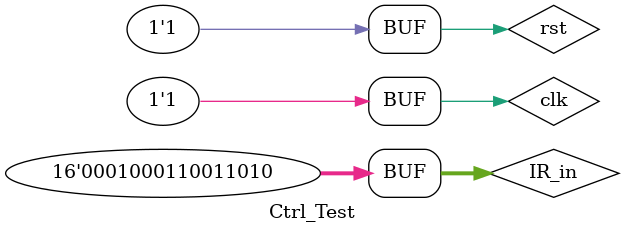
<source format=v>
`timescale 1ns / 1ps


module Ctrl_Test;

	// Inputs
	reg clk;
	reg [15:0] IR_in;
	reg rst;

	// Outputs
	wire Load_NPC;
	wire Load_PC;
	wire Load_IR;
	wire Load_RegA;
	wire Load_RegB;
	wire Load_Imm;
	wire [3:0] WT_Reg;
	wire [2:0] Extend;
	wire [7:0] Send_Reg;
	wire Load_LMD;
	wire Cond_Kind;
	wire [1:0] Jump_Kind;
	wire Sel_Mux1;
	wire Sel_Mux2;
	wire [1:0] Sel_Mux4;
	wire [4:0] Cal_ALU;
	wire Write;
	wire Load_ALU;
	wire [2:0] state;
	wire [5:0]cur_ins;

	// Instantiate the Unit Under Test (UUT)
	Control_Unit uut (
		.Load_NPC(Load_NPC), 
		.Load_PC(Load_PC), 
		.Load_IR(Load_IR), 
		.Load_RegA(Load_RegA), 
		.Load_RegB(Load_RegB), 
		.Load_Imm(Load_Imm), 
		.WT_Reg(WT_Reg), 
		.Extend(Extend), 
		.Send_Reg(Send_Reg), 
		.Load_LMD(Load_LMD), 
		.Cond_Kind(Cond_Kind), 
		.Jump_Kind(Jump_Kind), 
		.Sel_Mux1(Sel_Mux1), 
		.Sel_Mux2(Sel_Mux2), 
		.Sel_Mux4(Sel_Mux4), 
		.Cal_ALU(Cal_ALU), 
		.Write(Write), 
		.Load_ALU(Load_ALU), 
		.clk(clk), 
		.IR_in(IR_in), 
		.rst(rst),
		.state(state),
		.cur_ins(cur_ins)
	);

	initial begin
		// Initialize Inputs
		clk = 0;
		IR_in = 0;
		rst = 0;

		// Wait 100 ns for global reset to finish
		#100;
		rst = 1;
		IR_in = 16'b0110100100001000;	// LI
		//IR_in = 16'b0010000101010101;	// BEQZ
		//IR_in = 16'b1110000101110001;	// ADDU
		#500;
		IR_in = 16'b0001000110011010;	// B
        
		// Add stimulus here

	end
	
	always begin
		clk = 0;
		#50;
		clk = 1;
		#50;
	end
      
endmodule


</source>
